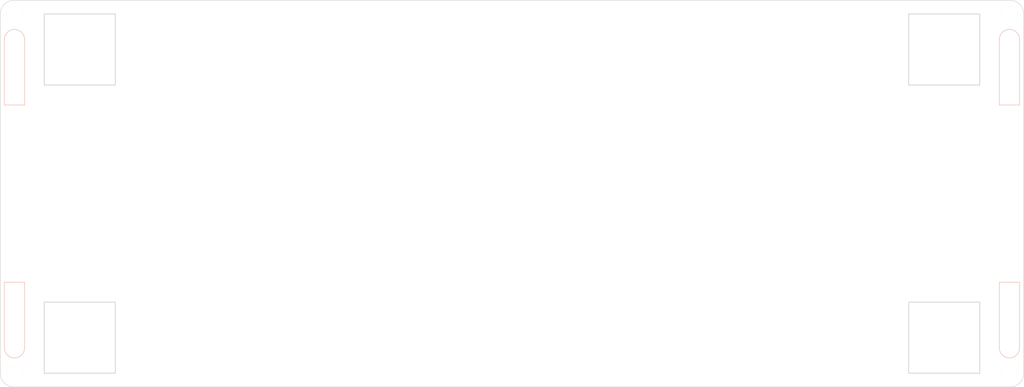
<source format=kicad_pcb>
(kicad_pcb (version 20240108) (generator "pcbnew") (generator_version "8.0")
  (layers (0 "F.Cu" signal) (31 "B.Cu" signal) (34 "B.Paste" user) (35 "F.Paste" user) (36 "B.SilkS" user "B.Silkscreen") (37 "F.SilkS" user "F.Silkscreen") (38 "B.Mask" user) (39 "F.Mask" user) (44 "Edge.Cuts" user))
  (net 0 "")
  (footprint "kbd_SW_Hole:SW_Hole_1u_JLC" (layer "F.Cu") (at 305.59375 238.91875)
    (property "Reference" "K_DOWN1" (hide yes))
    (property "Value" "MX-NoLED" (hide yes))
    (fp_line (start -7.05 -7.05) (end 7.05 -7.05) (stroke (width 0.15)) (layer "Edge.Cuts"))
    (fp_line (start -7.05 7.05) (end -7.05 -7.05) (stroke (width 0.15)) (layer "Edge.Cuts"))
    (fp_line (start 7.05 -7.05) (end 7.05 7.05) (stroke (width 0.15)) (layer "Edge.Cuts"))
    (fp_line (start 7.05 7.05) (end -7.05 7.05) (stroke (width 0.15)) (layer "Edge.Cuts"))
  )
  (footprint "kbd_SW_Hole:SW_Hole_1u_JLC" (layer "F.Cu") (at 134.14375 181.76875)
    (property "Reference" "K_ESC1" (hide yes))
    (property "Value" "MX-NoLED" (hide yes))
    (fp_line (start -7.05 -7.05) (end 7.05 -7.05) (stroke (width 0.15)) (layer "Edge.Cuts"))
    (fp_line (start -7.05 7.05) (end -7.05 -7.05) (stroke (width 0.15)) (layer "Edge.Cuts"))
    (fp_line (start 7.05 -7.05) (end 7.05 7.05) (stroke (width 0.15)) (layer "Edge.Cuts"))
    (fp_line (start 7.05 7.05) (end -7.05 7.05) (stroke (width 0.15)) (layer "Edge.Cuts"))
  )
  (footprint "kbd_Hole:m3_Screw_Hole_EdgeCuts" (layer "F.Cu") (at 318.61875 245.94375 180)
    (property "Reference" "Ref**" (hide yes))
    (property "Value" "Val**" (hide yes))
    (fp_circle (center 0 0) (end 1.6 0) (stroke (width 0.01)) (fill none) (layer "Edge.Cuts"))
  )
  (footprint "kbd_Hole:m3_Screw_Hole_EdgeCuts" (layer "F.Cu") (at 121.11875 245.94375)
    (property "Reference" "Ref**" (hide yes))
    (property "Value" "Val**" (hide yes))
    (fp_circle (center 0 0) (end 1.6 0) (stroke (width 0.01)) (fill none) (layer "Edge.Cuts"))
  )
  (footprint "kbd_SW_Hole:SW_Hole_1u_JLC" (layer "F.Cu") (at 305.59375 181.76875)
    (property "Reference" "K_DEL1" (hide yes))
    (property "Value" "MX-NoLED" (hide yes))
    (fp_line (start -7.05 -7.05) (end 7.05 -7.05) (stroke (width 0.15)) (layer "Edge.Cuts"))
    (fp_line (start -7.05 7.05) (end -7.05 -7.05) (stroke (width 0.15)) (layer "Edge.Cuts"))
    (fp_line (start 7.05 -7.05) (end 7.05 7.05) (stroke (width 0.15)) (layer "Edge.Cuts"))
    (fp_line (start 7.05 7.05) (end -7.05 7.05) (stroke (width 0.15)) (layer "Edge.Cuts"))
  )
  (footprint "kbd_Hole:m3_Screw_Hole_EdgeCuts" (layer "F.Cu") (at 121.11875 174.74375)
    (property "Reference" "Ref**" (hide yes))
    (property "Value" "Val**" (hide yes))
    (fp_circle (center 0 0) (end 1.6 0) (stroke (width 0.01)) (fill none) (layer "Edge.Cuts"))
  )
  (footprint "kbd_Hole:m3_Screw_Hole_EdgeCuts" (layer "F.Cu") (at 318.61875 174.74375 180)
    (property "Reference" "Ref**" (hide yes))
    (property "Value" "Val**" (hide yes))
    (fp_circle (center 0 0) (end 1.6 0) (stroke (width 0.01)) (fill none) (layer "Edge.Cuts"))
  )
  (footprint "kbd_SW_Hole:SW_Hole_1u_JLC" (layer "F.Cu") (at 134.14375 238.91875 180)
    (property "Reference" "K_LCTRL1" (hide yes))
    (property "Value" "MX-NoLED" (hide yes))
    (fp_line (start 7.05 7.05) (end -7.05 7.05) (stroke (width 0.15)) (layer "Edge.Cuts"))
    (fp_line (start 7.05 -7.05) (end 7.05 7.05) (stroke (width 0.15)) (layer "Edge.Cuts"))
    (fp_line (start -7.05 7.05) (end -7.05 -7.05) (stroke (width 0.15)) (layer "Edge.Cuts"))
    (fp_line (start -7.05 -7.05) (end 7.05 -7.05) (stroke (width 0.15)) (layer "Edge.Cuts"))
  )
  (gr_arc (start 119.1875 179.775) (mid 121.1875 177.775) (end 123.1875 179.775) (stroke (width 0.1)) (layer "B.SilkS"))
  (gr_line (start 316.53125 192.775) (end 316.53125 179.775) (stroke (width 0.1)) (layer "B.SilkS"))
  (gr_line (start 123.1875 227.925) (end 123.1875 240.925) (stroke (width 0.1)) (layer "B.SilkS"))
  (gr_arc (start 123.1875 240.925) (mid 121.1875 242.925) (end 119.1875 240.925) (stroke (width 0.1)) (layer "B.SilkS"))
  (gr_arc (start 316.53125 179.775) (mid 318.53125 177.775) (end 320.53125 179.775) (stroke (width 0.1)) (layer "B.SilkS"))
  (gr_line (start 119.1875 192.775) (end 119.1875 179.775) (stroke (width 0.1)) (layer "B.SilkS"))
  (gr_line (start 316.53125 240.925) (end 316.53125 227.925) (stroke (width 0.1)) (layer "B.SilkS"))
  (gr_line (start 123.1875 192.775) (end 119.1875 192.775) (stroke (width 0.1)) (layer "B.SilkS"))
  (gr_line (start 119.1875 240.925) (end 119.1875 227.925) (stroke (width 0.1)) (layer "B.SilkS"))
  (gr_line (start 320.53125 227.925) (end 320.53125 240.925) (stroke (width 0.1)) (layer "B.SilkS"))
  (gr_line (start 123.1875 179.775) (end 123.1875 192.775) (stroke (width 0.1)) (layer "B.SilkS"))
  (gr_line (start 320.53125 192.775) (end 316.53125 192.775) (stroke (width 0.1)) (layer "B.SilkS"))
  (gr_line (start 119.1875 227.925) (end 123.1875 227.925) (stroke (width 0.1)) (layer "B.SilkS"))
  (gr_line (start 320.53125 179.775) (end 320.53125 192.775) (stroke (width 0.1)) (layer "B.SilkS"))
  (gr_arc (start 320.53125 240.925) (mid 318.53125 242.925) (end 316.53125 240.925) (stroke (width 0.1)) (layer "B.SilkS"))
  (gr_line (start 316.53125 227.925) (end 320.53125 227.925) (stroke (width 0.1)) (layer "B.SilkS"))
  (gr_arc (start 118.36875 174.74375) (mid 119.174206 172.799206) (end 121.11875 171.99375) (stroke (width 0.1)) (layer "Edge.Cuts"))
  (gr_line (start 121.11875 248.69375) (end 318.61875 248.69375) (stroke (width 0.1)) (layer "Edge.Cuts"))
  (gr_line (start 118.36875 174.74375) (end 118.36875 245.94375) (stroke (width 0.1)) (layer "Edge.Cuts"))
  (gr_line (start 321.36875 245.94375) (end 321.36875 174.74375) (stroke (width 0.1)) (layer "Edge.Cuts"))
  (gr_line (start 318.61875 171.99375) (end 121.11875 171.99375) (stroke (width 0.1)) (layer "Edge.Cuts"))
  (gr_arc (start 121.11875 248.69375) (mid 119.174206 247.888294) (end 118.36875 245.94375) (stroke (width 0.1)) (layer "Edge.Cuts"))
  (gr_arc (start 318.61875 171.99375) (mid 320.563308 172.799192) (end 321.36875 174.74375) (stroke (width 0.1)) (layer "Edge.Cuts"))
  (gr_arc (start 321.36875 245.94375) (mid 320.563308 247.888308) (end 318.61875 248.69375) (stroke (width 0.1)) (layer "Edge.Cuts"))
)
</source>
